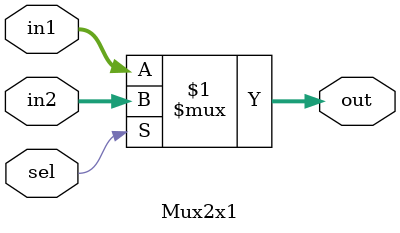
<source format=v>
module Mux2x1 (
    input [31:0] in1,
    input [31:0] in2,
    input sel,
    output [31:0] out
);

    assign out = (sel) ? in2 : in1;

endmodule

</source>
